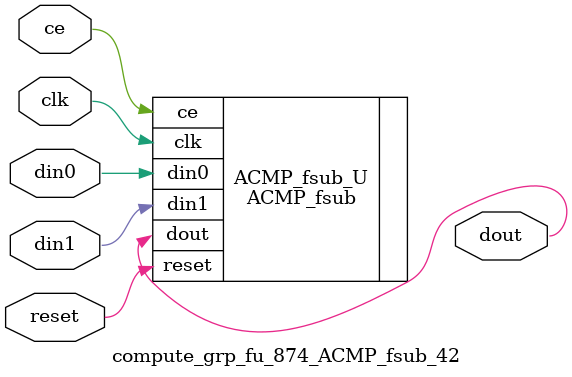
<source format=v>

`timescale 1 ns / 1 ps
module compute_grp_fu_874_ACMP_fsub_42(
    clk,
    reset,
    ce,
    din0,
    din1,
    dout);

parameter ID = 32'd1;
parameter NUM_STAGE = 32'd1;
parameter din0_WIDTH = 32'd1;
parameter din1_WIDTH = 32'd1;
parameter dout_WIDTH = 32'd1;
input clk;
input reset;
input ce;
input[din0_WIDTH - 1:0] din0;
input[din1_WIDTH - 1:0] din1;
output[dout_WIDTH - 1:0] dout;



ACMP_fsub #(
.ID( ID ),
.NUM_STAGE( 4 ),
.din0_WIDTH( din0_WIDTH ),
.din1_WIDTH( din1_WIDTH ),
.dout_WIDTH( dout_WIDTH ))
ACMP_fsub_U(
    .clk( clk ),
    .reset( reset ),
    .ce( ce ),
    .din0( din0 ),
    .din1( din1 ),
    .dout( dout ));

endmodule

</source>
